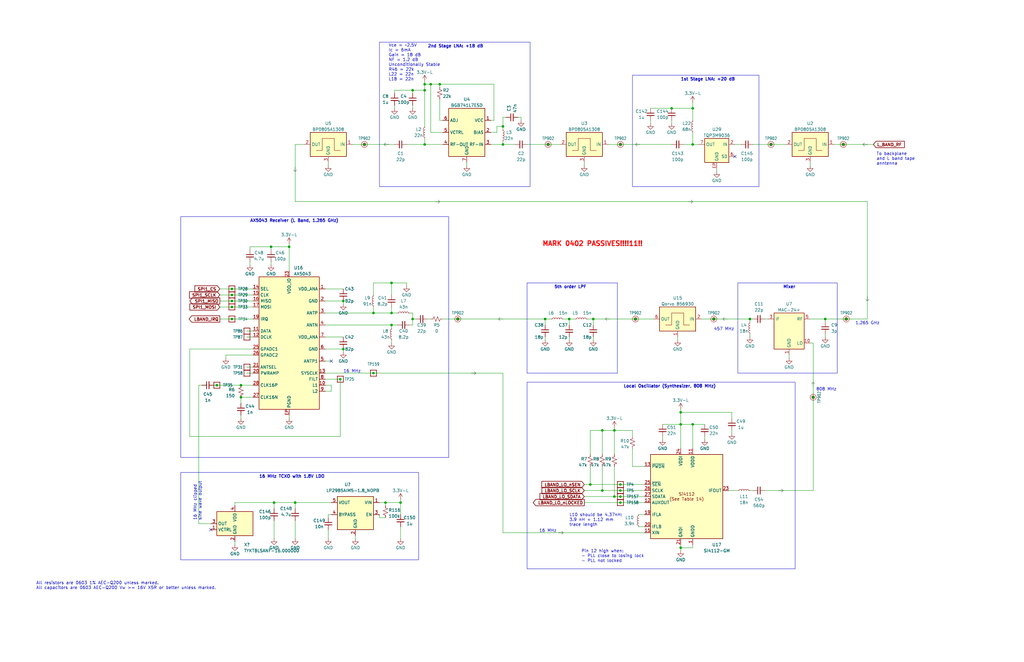
<source format=kicad_sch>
(kicad_sch (version 20230121) (generator eeschema)
  (paper "USLedger")
  (title_block (title "OreSat C3: L Band Radio") (date "2023-05-29") (rev "6.0"))
  (junction (at 261.62 209.55))
  (junction (at 153.67 60.96))
  (junction (at 91.44 162.56))
  (junction (at 292.1 60.96))
  (junction (at 124.46 212.09))
  (junction (at 157.48 157.48))
  (junction (at 254 181.61))
  (junction (at 173.99 134.62))
  (junction (at 114.3 104.14))
  (junction (at 287.02 173.99))
  (junction (at 185.42 35.56))
  (junction (at 261.62 212.09))
  (junction (at 261.62 204.47))
  (junction (at 212.09 53.34))
  (junction (at 231.14 60.96))
  (junction (at 261.62 207.01))
  (junction (at 261.62 60.96))
  (junction (at 165.1 137.16))
  (junction (at 181.61 35.56))
  (junction (at 144.78 147.32))
  (junction (at 212.09 60.96))
  (junction (at 144.78 127))
  (junction (at 157.48 132.08))
  (junction (at 267.97 134.62))
  (junction (at 259.08 209.55))
  (junction (at 347.98 134.62))
  (junction (at 97.79 129.54))
  (junction (at 97.79 127))
  (junction (at 179.07 60.96))
  (junction (at 316.23 134.62))
  (junction (at 97.79 134.62))
  (junction (at 356.87 134.62))
  (junction (at 287.02 179.07))
  (junction (at 97.79 121.92))
  (junction (at 165.1 132.08))
  (junction (at 193.04 134.62))
  (junction (at 168.91 212.09))
  (junction (at 165.1 119.38))
  (junction (at 248.92 204.47))
  (junction (at 259.08 181.61))
  (junction (at 173.99 38.1))
  (junction (at 121.92 104.14))
  (junction (at 283.21 45.72))
  (junction (at 292.1 179.07))
  (junction (at 250.19 134.62))
  (junction (at 355.6 60.96))
  (junction (at 300.99 134.62))
  (junction (at 101.6 162.56))
  (junction (at 325.12 60.96))
  (junction (at 179.07 35.56))
  (junction (at 143.51 160.02))
  (junction (at 287.02 231.14))
  (junction (at 115.57 212.09))
  (junction (at 179.07 38.1))
  (junction (at 229.87 134.62))
  (junction (at 97.79 124.46))
  (junction (at 101.6 167.64))
  (junction (at 342.9 167.64))
  (junction (at 162.56 212.09))
  (junction (at 240.03 134.62))
  (junction (at 292.1 45.72))
  (junction (at 254 207.01))
  (no_connect (at 88.9 223.52))
  (no_connect (at 309.88 66.04))
  (no_connect (at 139.7 152.4))
  (polyline (pts (xy 342.9 161.29) (xy 342.265 161.925)) (stroke (width 0.254) (color 146 146 146 1)))
  (wire (pts (xy 149.86 227.33) (xy 149.86 226.06)))
  (polyline (pts (xy 330.2 207.01) (xy 329.565 206.375)) (stroke (width 0.254) (color 146 146 146 1)))
  (wire (pts (xy 287.02 229.87) (xy 287.02 231.14)))
  (wire (pts (xy 261.62 212.09) (xy 271.78 212.09)))
  (polyline (pts (xy 304.8 134.62) (xy 305.435 135.255)) (stroke (width 0.254) (color 146 146 146 1)))
  (wire (pts (xy 246.38 68.58) (xy 246.38 69.85)))
  (wire (pts (xy 97.79 134.62) (xy 106.68 134.62)))
  (wire (pts (xy 137.16 162.56) (xy 139.7 162.56)))
  (wire (pts (xy 92.71 134.62) (xy 97.79 134.62)))
  (wire (pts (xy 240.03 134.62) (xy 242.57 134.62)))
  (wire (pts (xy 332.74 151.13) (xy 332.74 149.86)))
  (wire (pts (xy 316.23 207.01) (xy 317.5 207.01)))
  (wire (pts (xy 160.02 217.17) (xy 160.02 218.44)))
  (wire (pts (xy 179.07 34.29) (xy 179.07 35.56)))
  (wire (pts (xy 101.6 167.64) (xy 106.68 167.64)))
  (wire (pts (xy 300.99 134.62) (xy 316.23 134.62)))
  (wire (pts (xy 105.41 110.49) (xy 105.41 111.76)))
  (wire (pts (xy 186.69 60.96) (xy 179.07 60.96)))
  (wire (pts (xy 121.92 175.26) (xy 121.92 176.53)))
  (wire (pts (xy 287.02 231.14) (xy 292.1 231.14)))
  (wire (pts (xy 316.23 140.97) (xy 316.23 142.24)))
  (wire (pts (xy 185.42 36.83) (xy 185.42 35.56)))
  (wire (pts (xy 95.25 151.13) (xy 95.25 149.86)))
  (wire (pts (xy 269.24 217.17) (xy 271.78 217.17)))
  (polyline (pts (xy 342.9 161.29) (xy 343.535 161.925)) (stroke (width 0.254) (color 146 146 146 1)))
  (wire (pts (xy 341.63 68.58) (xy 341.63 69.85)))
  (wire (pts (xy 267.97 134.62) (xy 275.59 134.62)))
  (wire (pts (xy 137.16 142.24) (xy 144.78 142.24)))
  (wire (pts (xy 167.64 132.08) (xy 165.1 132.08)))
  (wire (pts (xy 316.23 134.62) (xy 317.5 134.62)))
  (wire (pts (xy 172.72 137.16) (xy 173.99 137.16)))
  (polyline (pts (xy 342.9 161.29) (xy 342.9 163.195)) (stroke (width 0.254) (color 146 146 146 1)))
  (wire (pts (xy 181.61 35.56) (xy 179.07 35.56)))
  (wire (pts (xy 139.7 217.17) (xy 138.43 217.17)))
  (polyline (pts (xy 200.66 157.48) (xy 200.025 158.115)) (stroke (width 0.254) (color 146 146 146 1)))
  (wire (pts (xy 165.1 138.43) (xy 165.1 137.16)))
  (wire (pts (xy 302.26 71.12) (xy 302.26 72.39)))
  (wire (pts (xy 287.02 179.07) (xy 292.1 179.07)))
  (polyline (pts (xy 304.8 134.62) (xy 305.435 133.985)) (stroke (width 0.254) (color 146 146 146 1)))
  (wire (pts (xy 138.43 223.52) (xy 138.43 227.33)))
  (polyline (pts (xy 185.42 85.09) (xy 183.515 85.09)) (stroke (width 0.254) (color 146 146 146 1)))
  (wire (pts (xy 162.56 212.09) (xy 168.91 212.09)))
  (wire (pts (xy 92.71 129.54) (xy 97.79 129.54)))
  (wire (pts (xy 212.09 224.79) (xy 212.09 157.48)))
  (wire (pts (xy 259.08 196.85) (xy 259.08 209.55)))
  (wire (pts (xy 240.03 134.62) (xy 237.49 134.62)))
  (wire (pts (xy 99.06 213.36) (xy 99.06 212.09)))
  (wire (pts (xy 212.09 60.96) (xy 207.01 60.96)))
  (wire (pts (xy 157.48 132.08) (xy 165.1 132.08)))
  (wire (pts (xy 292.1 43.18) (xy 292.1 45.72)))
  (polyline (pts (xy 365.76 127) (xy 366.395 126.365)) (stroke (width 0.254) (color 146 146 146 1)))
  (wire (pts (xy 101.6 167.64) (xy 101.6 170.18)))
  (wire (pts (xy 316.23 135.89) (xy 316.23 134.62)))
  (wire (pts (xy 217.17 60.96) (xy 212.09 60.96)))
  (wire (pts (xy 365.76 134.62) (xy 365.76 85.09)))
  (wire (pts (xy 212.09 49.53) (xy 213.36 49.53)))
  (wire (pts (xy 229.87 134.62) (xy 232.41 134.62)))
  (wire (pts (xy 181.61 55.88) (xy 181.61 35.56)))
  (wire (pts (xy 209.55 55.88) (xy 209.55 53.34)))
  (wire (pts (xy 157.48 119.38) (xy 157.48 124.46)))
  (wire (pts (xy 166.37 60.96) (xy 153.67 60.96)))
  (polyline (pts (xy 255.27 134.62) (xy 255.905 135.255)) (stroke (width 0.254) (color 146 146 146 1)))
  (wire (pts (xy 104.14 157.48) (xy 106.68 157.48)))
  (polyline (pts (xy 237.49 224.79) (xy 235.585 224.79)) (stroke (width 0.254) (color 146 146 146 1)))
  (wire (pts (xy 246.38 212.09) (xy 261.62 212.09)))
  (wire (pts (xy 254 181.61) (xy 259.08 181.61)))
  (wire (pts (xy 229.87 142.24) (xy 229.87 143.51)))
  (wire (pts (xy 139.7 162.56) (xy 139.7 165.1)))
  (wire (pts (xy 97.79 127) (xy 106.68 127)))
  (polyline (pts (xy 267.97 60.96) (xy 268.605 61.595)) (stroke (width 0.254) (color 146 146 146 1)))
  (wire (pts (xy 104.14 142.24) (xy 106.68 142.24)))
  (wire (pts (xy 179.07 35.56) (xy 179.07 38.1)))
  (wire (pts (xy 165.1 124.46) (xy 165.1 119.38)))
  (wire (pts (xy 115.57 219.71) (xy 115.57 227.33)))
  (wire (pts (xy 312.42 60.96) (xy 309.88 60.96)))
  (wire (pts (xy 95.25 149.86) (xy 106.68 149.86)))
  (wire (pts (xy 80.01 184.15) (xy 80.01 147.32)))
  (polyline (pts (xy 161.925 60.96) (xy 162.56 60.325)) (stroke (width 0.254) (color 146 146 146 1)))
  (wire (pts (xy 139.7 212.09) (xy 124.46 212.09)))
  (wire (pts (xy 250.19 134.62) (xy 267.97 134.62)))
  (wire (pts (xy 173.99 38.1) (xy 173.99 39.37)))
  (wire (pts (xy 137.16 121.92) (xy 144.78 121.92)))
  (polyline (pts (xy 363.855 60.96) (xy 365.76 60.96)) (stroke (width 0.254) (color 146 146 146 1)))
  (wire (pts (xy 124.46 85.09) (xy 124.46 60.96)))
  (wire (pts (xy 279.4 184.15) (xy 279.4 185.42)))
  (wire (pts (xy 115.57 212.09) (xy 124.46 212.09)))
  (wire (pts (xy 124.46 60.96) (xy 128.27 60.96)))
  (wire (pts (xy 172.72 132.08) (xy 173.99 132.08)))
  (wire (pts (xy 138.43 68.58) (xy 138.43 69.85)))
  (wire (pts (xy 160.02 218.44) (xy 162.56 218.44)))
  (wire (pts (xy 259.08 209.55) (xy 261.62 209.55)))
  (wire (pts (xy 292.1 60.96) (xy 292.1 55.88)))
  (wire (pts (xy 261.62 209.55) (xy 271.78 209.55)))
  (wire (pts (xy 308.61 176.53) (xy 308.61 173.99)))
  (wire (pts (xy 283.21 45.72) (xy 274.32 45.72)))
  (wire (pts (xy 138.43 217.17) (xy 138.43 218.44)))
  (wire (pts (xy 259.08 181.61) (xy 259.08 191.77)))
  (wire (pts (xy 207.01 55.88) (xy 209.55 55.88)))
  (polyline (pts (xy 292.1 85.09) (xy 291.465 84.455)) (stroke (width 0.254) (color 146 146 146 1)))
  (wire (pts (xy 308.61 173.99) (xy 287.02 173.99)))
  (wire (pts (xy 166.37 38.1) (xy 173.99 38.1)))
  (wire (pts (xy 97.79 121.92) (xy 106.68 121.92)))
  (wire (pts (xy 157.48 157.48) (xy 137.16 157.48)))
  (wire (pts (xy 97.79 124.46) (xy 106.68 124.46)))
  (wire (pts (xy 97.79 129.54) (xy 106.68 129.54)))
  (wire (pts (xy 279.4 179.07) (xy 287.02 179.07)))
  (wire (pts (xy 90.17 162.56) (xy 91.44 162.56)))
  (wire (pts (xy 168.91 212.09) (xy 168.91 217.17)))
  (wire (pts (xy 104.14 139.7) (xy 106.68 139.7)))
  (polyline (pts (xy 255.27 134.62) (xy 257.175 134.62)) (stroke (width 0.254) (color 146 146 146 1)))
  (wire (pts (xy 294.64 60.96) (xy 292.1 60.96)))
  (wire (pts (xy 287.02 172.72) (xy 287.02 173.99)))
  (wire (pts (xy 185.42 50.8) (xy 186.69 50.8)))
  (wire (pts (xy 165.1 132.08) (xy 165.1 129.54)))
  (polyline (pts (xy 363.855 60.96) (xy 364.49 61.595)) (stroke (width 0.254) (color 146 146 146 1)))
  (polyline (pts (xy 200.66 157.48) (xy 198.755 157.48)) (stroke (width 0.254) (color 146 146 146 1)))
  (wire (pts (xy 368.3 60.96) (xy 355.6 60.96)))
  (wire (pts (xy 342.9 167.64) (xy 342.9 144.78)))
  (polyline (pts (xy 124.46 72.39) (xy 125.095 71.755)) (stroke (width 0.254) (color 146 146 146 1)))
  (wire (pts (xy 121.92 102.87) (xy 121.92 104.14)))
  (wire (pts (xy 166.37 44.45) (xy 166.37 45.72)))
  (polyline (pts (xy 210.185 134.62) (xy 210.82 133.985)) (stroke (width 0.254) (color 146 146 146 1)))
  (wire (pts (xy 356.87 134.62) (xy 365.76 134.62)))
  (polyline (pts (xy 124.46 72.39) (xy 124.46 70.485)) (stroke (width 0.254) (color 146 146 146 1)))
  (wire (pts (xy 168.91 222.25) (xy 168.91 227.33)))
  (polyline (pts (xy 161.925 60.96) (xy 163.83 60.96)) (stroke (width 0.254) (color 146 146 146 1)))
  (wire (pts (xy 175.26 134.62) (xy 173.99 134.62)))
  (wire (pts (xy 246.38 207.01) (xy 254 207.01)))
  (wire (pts (xy 219.71 49.53) (xy 219.71 50.8)))
  (wire (pts (xy 92.71 121.92) (xy 97.79 121.92)))
  (wire (pts (xy 105.41 104.14) (xy 114.3 104.14)))
  (wire (pts (xy 292.1 45.72) (xy 283.21 45.72)))
  (polyline (pts (xy 365.76 127) (xy 365.76 125.095)) (stroke (width 0.254) (color 146 146 146 1)))
  (wire (pts (xy 287.02 173.99) (xy 287.02 179.07)))
  (wire (pts (xy 144.78 148.59) (xy 144.78 147.32)))
  (wire (pts (xy 186.69 55.88) (xy 181.61 55.88)))
  (wire (pts (xy 80.01 147.32) (xy 106.68 147.32)))
  (polyline (pts (xy 200.66 157.48) (xy 200.025 156.845)) (stroke (width 0.254) (color 146 146 146 1)))
  (wire (pts (xy 261.62 207.01) (xy 271.78 207.01)))
  (wire (pts (xy 196.85 68.58) (xy 196.85 69.85)))
  (wire (pts (xy 285.75 142.24) (xy 285.75 143.51)))
  (wire (pts (xy 137.16 152.4) (xy 139.7 152.4)))
  (wire (pts (xy 212.09 157.48) (xy 157.48 157.48)))
  (wire (pts (xy 114.3 104.14) (xy 121.92 104.14)))
  (wire (pts (xy 171.45 119.38) (xy 171.45 120.65)))
  (wire (pts (xy 250.19 134.62) (xy 247.65 134.62)))
  (wire (pts (xy 137.16 160.02) (xy 143.51 160.02)))
  (wire (pts (xy 162.56 212.09) (xy 160.02 212.09)))
  (wire (pts (xy 347.98 134.62) (xy 356.87 134.62)))
  (wire (pts (xy 208.28 50.8) (xy 208.28 35.56)))
  (polyline (pts (xy 363.855 60.96) (xy 364.49 60.325)) (stroke (width 0.254) (color 146 146 146 1)))
  (wire (pts (xy 212.09 49.53) (xy 212.09 53.34)))
  (wire (pts (xy 259.08 181.61) (xy 266.7 181.61)))
  (wire (pts (xy 179.07 38.1) (xy 173.99 38.1)))
  (wire (pts (xy 266.7 184.15) (xy 266.7 181.61)))
  (wire (pts (xy 322.58 134.62) (xy 323.85 134.62)))
  (wire (pts (xy 322.58 207.01) (xy 342.9 207.01)))
  (wire (pts (xy 83.82 162.56) (xy 85.09 162.56)))
  (wire (pts (xy 254 181.61) (xy 254 191.77)))
  (wire (pts (xy 307.34 207.01) (xy 311.15 207.01)))
  (wire (pts (xy 124.46 212.09) (xy 124.46 214.63)))
  (wire (pts (xy 347.98 134.62) (xy 347.98 135.89)))
  (wire (pts (xy 287.02 231.14) (xy 287.02 232.41)))
  (wire (pts (xy 240.03 142.24) (xy 240.03 143.51)))
  (wire (pts (xy 137.16 147.32) (xy 144.78 147.32)))
  (wire (pts (xy 92.71 127) (xy 97.79 127)))
  (wire (pts (xy 208.28 35.56) (xy 185.42 35.56)))
  (wire (pts (xy 173.99 132.08) (xy 173.99 134.62)))
  (wire (pts (xy 148.59 60.96) (xy 153.67 60.96)))
  (polyline (pts (xy 210.185 134.62) (xy 210.82 135.255)) (stroke (width 0.254) (color 146 146 146 1)))
  (wire (pts (xy 342.9 207.01) (xy 342.9 167.64)))
  (wire (pts (xy 144.78 128.27) (xy 144.78 127)))
  (wire (pts (xy 292.1 179.07) (xy 297.18 179.07)))
  (wire (pts (xy 365.76 85.09) (xy 124.46 85.09)))
  (wire (pts (xy 292.1 189.23) (xy 292.1 179.07)))
  (wire (pts (xy 248.92 181.61) (xy 254 181.61)))
  (wire (pts (xy 208.28 50.8) (xy 207.01 50.8)))
  (wire (pts (xy 101.6 162.56) (xy 106.68 162.56)))
  (wire (pts (xy 114.3 110.49) (xy 114.3 111.76)))
  (polyline (pts (xy 292.1 85.09) (xy 290.195 85.09)) (stroke (width 0.254) (color 146 146 146 1)))
  (wire (pts (xy 248.92 204.47) (xy 261.62 204.47)))
  (wire (pts (xy 297.18 184.15) (xy 297.18 185.42)))
  (wire (pts (xy 137.16 132.08) (xy 157.48 132.08)))
  (polyline (pts (xy 237.49 224.79) (xy 236.855 225.425)) (stroke (width 0.254) (color 146 146 146 1)))
  (wire (pts (xy 173.99 137.16) (xy 173.99 134.62)))
  (wire (pts (xy 101.6 175.26) (xy 101.6 176.53)))
  (wire (pts (xy 246.38 204.47) (xy 248.92 204.47)))
  (wire (pts (xy 341.63 144.78) (xy 342.9 144.78)))
  (wire (pts (xy 248.92 191.77) (xy 248.92 181.61)))
  (wire (pts (xy 166.37 39.37) (xy 166.37 38.1)))
  (wire (pts (xy 137.16 127) (xy 144.78 127)))
  (wire (pts (xy 165.1 119.38) (xy 171.45 119.38)))
  (wire (pts (xy 92.71 124.46) (xy 97.79 124.46)))
  (polyline (pts (xy 161.925 60.96) (xy 162.56 61.595)) (stroke (width 0.254) (color 146 146 146 1)))
  (wire (pts (xy 292.1 50.8) (xy 292.1 45.72)))
  (wire (pts (xy 157.48 129.54) (xy 157.48 132.08)))
  (wire (pts (xy 165.1 143.51) (xy 165.1 144.78)))
  (wire (pts (xy 231.14 60.96) (xy 236.22 60.96)))
  (polyline (pts (xy 330.2 207.01) (xy 329.565 207.645)) (stroke (width 0.254) (color 146 146 146 1)))
  (polyline (pts (xy 304.8 134.62) (xy 306.705 134.62)) (stroke (width 0.254) (color 146 146 146 1)))
  (polyline (pts (xy 267.97 60.96) (xy 268.605 60.325)) (stroke (width 0.254) (color 146 146 146 1)))
  (wire (pts (xy 254 207.01) (xy 261.62 207.01)))
  (polyline (pts (xy 210.185 134.62) (xy 212.09 134.62)) (stroke (width 0.254) (color 146 146 146 1)))
  (wire (pts (xy 179.07 53.34) (xy 179.07 38.1)))
  (wire (pts (xy 229.87 137.16) (xy 229.87 134.62)))
  (wire (pts (xy 99.06 228.6) (xy 99.06 229.87)))
  (wire (pts (xy 186.69 134.62) (xy 193.04 134.62)))
  (wire (pts (xy 193.04 134.62) (xy 229.87 134.62)))
  (wire (pts (xy 99.06 212.09) (xy 115.57 212.09)))
  (wire (pts (xy 292.1 229.87) (xy 292.1 231.14)))
  (wire (pts (xy 121.92 104.14) (xy 121.92 114.3)))
  (wire (pts (xy 269.24 222.25) (xy 271.78 222.25)))
  (wire (pts (xy 355.6 60.96) (xy 351.79 60.96)))
  (wire (pts (xy 317.5 60.96) (xy 325.12 60.96)))
  (wire (pts (xy 246.38 209.55) (xy 259.08 209.55)))
  (wire (pts (xy 185.42 41.91) (xy 185.42 50.8)))
  (polyline (pts (xy 255.27 134.62) (xy 255.905 133.985)) (stroke (width 0.254) (color 146 146 146 1)))
  (wire (pts (xy 212.09 53.34) (xy 209.55 53.34)))
  (wire (pts (xy 88.9 220.98) (xy 83.82 220.98)))
  (wire (pts (xy 308.61 181.61) (xy 308.61 182.88)))
  (wire (pts (xy 181.61 35.56) (xy 185.42 35.56)))
  (wire (pts (xy 266.7 196.85) (xy 271.78 196.85)))
  (polyline (pts (xy 185.42 85.09) (xy 184.785 84.455)) (stroke (width 0.254) (color 146 146 146 1)))
  (wire (pts (xy 114.3 105.41) (xy 114.3 104.14)))
  (wire (pts (xy 165.1 137.16) (xy 167.64 137.16)))
  (polyline (pts (xy 365.76 127) (xy 365.125 126.365)) (stroke (width 0.254) (color 146 146 146 1)))
  (wire (pts (xy 256.54 60.96) (xy 261.62 60.96)))
  (wire (pts (xy 165.1 119.38) (xy 157.48 119.38)))
  (wire (pts (xy 105.41 105.41) (xy 105.41 104.14)))
  (wire (pts (xy 218.44 49.53) (xy 219.71 49.53)))
  (wire (pts (xy 254 196.85) (xy 254 207.01)))
  (wire (pts (xy 261.62 204.47) (xy 271.78 204.47)))
  (wire (pts (xy 250.19 142.24) (xy 250.19 143.51)))
  (wire (pts (xy 248.92 196.85) (xy 248.92 204.47)))
  (polyline (pts (xy 124.46 72.39) (xy 123.825 71.755)) (stroke (width 0.254) (color 146 146 146 1)))
  (wire (pts (xy 173.99 44.45) (xy 173.99 45.72)))
  (wire (pts (xy 259.08 180.34) (xy 259.08 181.61)))
  (wire (pts (xy 222.25 60.96) (xy 231.14 60.96)))
  (wire (pts (xy 287.02 179.07) (xy 287.02 189.23)))
  (wire (pts (xy 179.07 60.96) (xy 171.45 60.96)))
  (wire (pts (xy 266.7 189.23) (xy 266.7 196.85)))
  (wire (pts (xy 143.51 160.02) (xy 143.51 184.15)))
  (wire (pts (xy 162.56 213.36) (xy 162.56 212.09)))
  (wire (pts (xy 240.03 137.16) (xy 240.03 134.62)))
  (wire (pts (xy 143.51 184.15) (xy 80.01 184.15)))
  (wire (pts (xy 283.21 52.07) (xy 283.21 50.8)))
  (polyline (pts (xy 330.2 207.01) (xy 328.295 207.01)) (stroke (width 0.254) (color 146 146 146 1)))
  (wire (pts (xy 212.09 60.96) (xy 212.09 59.69)))
  (wire (pts (xy 179.07 58.42) (xy 179.07 60.96)))
  (polyline (pts (xy 185.42 85.09) (xy 184.785 85.725)) (stroke (width 0.254) (color 146 146 146 1)))
  (wire (pts (xy 139.7 165.1) (xy 137.16 165.1)))
  (polyline (pts (xy 292.1 85.09) (xy 291.465 85.725)) (stroke (width 0.254) (color 146 146 146 1)))
  (wire (pts (xy 137.16 137.16) (xy 165.1 137.16)))
  (wire (pts (xy 271.78 224.79) (xy 212.09 224.79)))
  (wire (pts (xy 115.57 214.63) (xy 115.57 212.09)))
  (wire (pts (xy 104.14 154.94) (xy 106.68 154.94)))
  (wire (pts (xy 83.82 220.98) (xy 83.82 162.56)))
  (wire (pts (xy 212.09 54.61) (xy 212.09 53.34)))
  (wire (pts (xy 341.63 134.62) (xy 347.98 134.62)))
  (wire (pts (xy 274.32 52.07) (xy 274.32 50.8)))
  (wire (pts (xy 180.34 134.62) (xy 181.61 134.62)))
  (wire (pts (xy 325.12 60.96) (xy 331.47 60.96)))
  (wire (pts (xy 250.19 137.16) (xy 250.19 134.62)))
  (wire (pts (xy 91.44 162.56) (xy 101.6 162.56)))
  (polyline (pts (xy 267.97 60.96) (xy 269.875 60.96)) (stroke (width 0.254) (color 146 146 146 1)))
  (wire (pts (xy 295.91 134.62) (xy 300.99 134.62)))
  (polyline (pts (xy 237.49 224.79) (xy 236.855 224.155)) (stroke (width 0.254) (color 146 146 146 1)))
  (wire (pts (xy 292.1 60.96) (xy 288.29 60.96)))
  (wire (pts (xy 168.91 210.82) (xy 168.91 212.09)))
  (wire (pts (xy 347.98 140.97) (xy 347.98 142.24)))
  (wire (pts (xy 124.46 219.71) (xy 124.46 227.33)))
  (wire (pts (xy 261.62 60.96) (xy 283.21 60.96)))
  (rectangle (start 76.2 199.39) (end 176.53 236.22))
  (rectangle (start 160.02 17.78) (end 223.52 78.74))
  (rectangle (start 266.7 31.75) (end 320.04 78.74))
  (rectangle (start 311.15 119.38) (end 353.06 157.48))
  (rectangle (start 76.2 91.44) (end 189.23 193.04))
  (rectangle (start 222.25 161.29) (end 335.28 240.03))
  (rectangle (start 222.25 119.38) (end 260.35 157.48))
  (text "16 MHz TCXO with 1.8V LDO" (at 109.22 201.93 0) (effects (font (size 1.27 1.27) (thickness 0.254) bold) (justify left bottom)))
  (text "16 MHz clipped \nsine wave output\n" (at 85.09 219.71 90) (effects (font (size 1.27 1.27)) (justify left bottom)))
  (text "Pin 12 high when:\n- PLL close to losing lock\n- PLL not locked" (at 245.11 237.49 0) (effects (font (size 1.27 1.27)) (justify left bottom)))
  (text "MARK 0402 PASSIVES!!!!11!!" (at 228.6 104.14 0) (effects (font (size 2 2) (thickness 0.4) bold) (justify left bottom)))
  (text "Vce = ~2.5V\nIc = 6mA\nGain = 18 dB\nNF = 1.2 dB\nUnconditionally Stable\nR46 = 22k\nL22 = 22n\nL18 = 22n\n" (at 163.83 34.29 0) (effects (font (size 1.27 1.27)) (justify left bottom)))
  (text "L10 should be 4.37nH:\n3.9 nH + 1.12 mm \ntrace length\n" (at 240.03 222.25 0) (effects (font (size 1.27 1.27)) (justify left bottom)))
  (text "2nd Stage LNA: +18 dB" (at 180.34 20.32 0) (effects (font (size 1.27 1.27) (thickness 0.254) bold) (justify left bottom)))
  (text "1.265 GHz" (at 360.68 137.16 0) (effects (font (size 1.27 1.27)) (justify left bottom)))
  (text "808 MHz" (at 344.17 165.1 0) (effects (font (size 1.27 1.27)) (justify left bottom)))
  (text "1st Stage LNA: +20 dB" (at 287.02 34.29 0) (effects (font (size 1.27 1.27) (thickness 0.254) bold) (justify left bottom)))
  (text "To backplane \nand L band tape\nanntenna" (at 369.57 69.85 0) (effects (font (size 1.27 1.27)) (justify left bottom)))
  (text "All resistors are 0603 1% AEC-Q200 unless marked.\nAll capacitors are 0603 AEC-Q200 Vw >= 16V X5R or better unless marked." (at 15.24 248.92 0) (effects (font (size 1.27 1.27)) (justify left bottom)))
  (text "457 MHz" (at 300.99 139.7 0) (effects (font (size 1.27 1.27)) (justify left bottom)))
  (text "16 MHz" (at 144.78 157.48 0) (effects (font (size 1.27 1.27)) (justify left bottom)))
  (text "AX5043 Receiver (L Band, 1.265 GHz)" (at 105.41 93.98 0) (effects (font (size 1.27 1.27) (thickness 0.254) bold) (justify left bottom)))
  (text "Mixer" (at 330.2 121.92 0) (effects (font (size 1.27 1.27) (thickness 0.254) bold) (justify left bottom)))
  (text "Local Oscillator (Synthesizer, 808 MHz)" (at 262.89 163.83 0) (effects (font (size 1.27 1.27) (thickness 0.254) bold) (justify left bottom)))
  (text "5th order LPF" (at 233.68 121.92 0) (effects (font (size 1.27 1.27) (thickness 0.254) bold) (justify left bottom)))
  (text "16 MHz" (at 227.33 224.79 0) (effects (font (size 1.27 1.27)) (justify left bottom)))
  (global_label "SPI1_MISO" (shape output) (at 92.71 127 180) (effects (font (thickness 0.254) bold)) (property "Intersheetrefs" "${INTERSHEET_REFS}" (at 79.5182 127 0) (effects (justify right))))
  (global_label "LBAND_LO_nSEN" (shape input) (at 246.38 204.47 180) (effects (font (thickness 0.254) bold)) (property "Intersheetrefs" "${INTERSHEET_REFS}" (at 227.9268 204.47 0) (effects (justify right))))
  (global_label "LBAND_LO_SDATA" (shape input) (at 246.38 209.55 180) (effects (font (thickness 0.254) bold)) (property "Intersheetrefs" "${INTERSHEET_REFS}" (at 227.1405 209.55 0) (effects (justify right))))
  (global_label "LBAND_LO_SCLK" (shape input) (at 246.38 207.01 180) (effects (font (thickness 0.254) bold)) (property "Intersheetrefs" "${INTERSHEET_REFS}" (at 227.9872 207.01 0) (effects (justify right))))
  (global_label "SPI1_CS" (shape input) (at 92.71 121.92 180) (effects (font (thickness 0.254) bold)) (property "Intersheetrefs" "${INTERSHEET_REFS}" (at 81.6349 121.92 0) (effects (justify right))))
  (global_label "LBAND_LO_nLOCKED" (shape output) (at 246.38 212.09 180) (effects (font (thickness 0.254) bold)) (property "Intersheetrefs" "${INTERSHEET_REFS}" (at 224.2982 212.09 0) (effects (justify right))))
  (global_label "SPI1_MOSI" (shape input) (at 92.71 129.54 180) (effects (font (thickness 0.254) bold)) (property "Intersheetrefs" "${INTERSHEET_REFS}" (at 79.5182 129.54 0) (effects (justify right))))
  (global_label "LBAND_IRQ" (shape output) (at 92.71 134.62 180) (effects (font (thickness 0.254) bold)) (property "Intersheetrefs" "${INTERSHEET_REFS}" (at 79.2157 134.62 0) (effects (justify right))))
  (global_label "L_BAND_RF" (shape input) (at 368.3 60.96 0) (effects (font (thickness 0.254) bold)) (property "Intersheetrefs" "${INTERSHEET_REFS}" (at 381.9152 60.96 0) (effects (justify left))))
  (global_label "SPI1_SCLK" (shape input) (at 92.71 124.46 180) (effects (font (thickness 0.254) bold)) (property "Intersheetrefs" "${INTERSHEET_REFS}" (at 79.3368 124.46 0) (effects (justify right))))
  (symbol (lib_id "oresat-misc:Test-Point-RF-Probe-Stripline") (at 231.14 60.96 180) (unit 1) (in_bom no)
    (property "Reference" "TP902" (at 231.14 58.42 0) (effects (font (size 1.27 1.0795))))
    (property "Footprint" "oresat-misc:TestPoint_RF_Probe" (effects hide))
    (instances (project "oresat-c3" (path "" (reference "TP902") (unit 1)) (path "" (reference "TP805") (unit 1))))
  )
  (symbol (lib_id "oresat-misc:Test-Point-1mm-round") (at 157.48 157.48 180) (unit 1)
    (property "Reference" "TP159" (at 157.48 153.67 0) (effects (font (size 1.27 1.0795))))
    (property "Value" "Test-Point" (effects hide))
    (property "Footprint" "oresat-misc:TestPoint_Pad_D1.0mm" (effects hide))
  )
  (symbol (lib_id "Device:L_Small") (at 179.07 55.88 0) (mirror y) (unit 1)
    (property "Reference" "L2" (at 176.53 54.61 0))
    (property "Value" "22n" (at 176.53 57.15 0))
    (property "Footprint" "Inductor_SMD:L_0603_1608Metric" (effects hide))
  )
  (symbol (lib_id "Device:C_Small") (at 297.18 181.61 0) (unit 1)
    (property "Reference" "C50" (at 300.99 180.34 0))
    (property "Value" "22n" (at 300.99 182.88 0))
    (property "Footprint" "Capacitor_SMD:C_0603_1608Metric" (effects hide))
  )
  (symbol (lib_id "oresat-passives:BP0805A1308") (at 341.63 60.96 0) (mirror y) (unit 1)
    (property "Reference" "U2" (at 341.63 52.07 0))
    (property "Value" "BP0805A1308" (at 341.63 54.61 0))
    (property "Footprint" "oresat-ics:BP0805" (effects hide))
    (property "Datasheet" "https://media.digikey.com/pdf/Data%20Sheets/AVX%20PDFs/BP0805_Series_DS.pdf" (effects hide))
  )
  (symbol (lib_id "Device:L_Small") (at 157.48 127 0) (mirror y) (unit 1)
    (property "Reference" "L9" (at 154.94 125.73 0))
    (property "Value" "91n" (at 154.94 128.27 0))
    (property "Footprint" "Inductor_SMD:L_0603_1608Metric" (effects hide))
  )
  (symbol (lib_id "power:GND") (at 308.61 182.88 0) (unit 1)
    (property "Reference" "#PWR0188" (effects hide))
    (property "Value" "GND" (at 308.61 186.69 0))
  )
  (symbol (lib_id "oresat-ics:SI4112") (at 289.56 209.55 0) (unit 1)
    (property "Reference" "U17" (at 302.26 229.87 0))
    (property "Value" "SI4112-GM" (at 302.26 232.41 0))
    (property "Footprint" "Package_DFN_QFN:QFN-28-1EP_5x5mm_P0.5mm_EP3.35x3.35mm_ThermalVias" (effects hide))
    (property "Datasheet" "https://www.skyworksinc.com/-/media/Skyworks/SL/documents/public/data-sheets/si4133.pdf" (effects hide))
  )
  (symbol (lib_id "Device:C_Small") (at 114.3 107.95 0) (unit 1)
    (property "Reference" "C46" (at 118.11 106.68 0))
    (property "Value" "100p" (at 118.11 109.22 0))
    (property "Footprint" "Capacitor_SMD:C_0603_1608Metric" (effects hide))
  )
  (symbol (lib_id "power:GND") (at 274.32 52.07 0) (mirror y) (unit 1)
    (property "Reference" "#PWR0178" (effects hide))
    (property "Value" "GND" (at 274.32 55.88 0))
  )
  (symbol (lib_id "oresat-ics:AX5043") (at 121.92 144.78 0) (unit 1)
    (property "Reference" "U16" (at 123.8759 113.03 0) (effects (justify left)))
    (property "Value" "AX5043" (at 123.8759 115.57 0) (effects (justify left)))
    (property "Footprint" "oresat-ics:U-AX5043-QFN28-5X5-WITH-CENTER-PAD" (effects hide))
    (property "Datasheet" "https://www.mouser.com/datasheet/2/308/AX5043-D-782042.pdf" (effects hide))
  )
  (symbol (lib_id "Device:C_Small") (at 170.18 137.16 90) (unit 1)
    (property "Reference" "C40" (at 170.18 139.7 90))
    (property "Value" "8.2p" (at 170.18 142.24 90))
    (property "Footprint" "Capacitor_SMD:C_0402_1005Metric" (effects hide))
  )
  (symbol (lib_id "Device:R_Small_US") (at 254 194.31 0) (mirror y) (unit 1)
    (property "Reference" "R8" (at 252.73 193.675 0) (effects (justify left)))
    (property "Value" "47k" (at 252.73 196.215 0) (effects (justify left)))
    (property "Footprint" "Resistor_SMD:R_0603_1608Metric" (effects hide))
  )
  (symbol (lib_id "oresat-ics:BGB741L7ESD") (at 196.85 55.88 0) (mirror y) (unit 1)
    (property "Reference" "U4" (at 196.85 41.91 0))
    (property "Value" "BGB741L7ESD" (at 196.85 44.45 0))
    (property "Footprint" "oresat-ics:Infineon-PG-TSLP-7-LNA" (effects hide))
    (property "Datasheet" "https://www.infineon.com/dgdl/Infineon-BGB741L7ESD-DataSheet-v03_01-EN.pdf?fileId=5546d46265f064ff016638972c994ed7" (effects hide))
  )
  (symbol (lib_id "power:GND") (at 138.43 227.33 0) (unit 1)
    (property "Reference" "#PWR0176" (effects hide))
    (property "Value" "GND" (at 138.43 231.14 0))
  )
  (symbol (lib_id "Device:C_Small") (at 124.46 217.17 0) (mirror y) (unit 1)
    (property "Reference" "C148" (at 120.65 214.63 0))
    (property "Value" "4.7u" (at 120.65 217.17 0))
    (property "Footprint" "Capacitor_SMD:C_0603_1608Metric" (effects hide))
    (instances (project "oresat-c3" (path "" (reference "C148") (unit 1)) (path "" (reference "C92") (unit 1))))
  )
  (symbol (lib_id "Device:C_Small") (at 279.4 181.61 0) (unit 1)
    (property "Reference" "C51" (at 283.21 180.34 0))
    (property "Value" "22n" (at 283.21 182.88 0))
    (property "Footprint" "Capacitor_SMD:C_0603_1608Metric" (effects hide))
  )
  (symbol (lib_id "Device:R_Small_US") (at 184.15 134.62 90) (unit 1)
    (property "Reference" "R5" (at 184.15 137.16 90))
    (property "Value" "0" (at 184.15 139.7 90))
    (property "Footprint" "Resistor_SMD:R_0402_1005Metric" (effects hide))
  )
  (symbol (lib_id "oresat-misc:Test-Point-1mm-round") (at 104.14 154.94 180) (unit 1)
    (property "Reference" "TP31" (at 100.33 154.94 0) (effects (font (size 1.27 1.0795))))
    (property "Value" "Test-Point" (effects hide))
    (property "Footprint" "oresat-misc:TestPoint_Pad_D1.0mm" (effects hide))
  )
  (symbol (lib_id "power:GND") (at 287.02 232.41 0) (unit 1)
    (property "Reference" "#PWR0192" (effects hide))
    (property "Value" "GND" (at 287.02 236.22 0))
  )
  (symbol (lib_id "Device:R_Small_US") (at 101.6 165.1 0) (mirror y) (unit 1)
    (property "Reference" "R6" (at 99.06 164.465 0) (effects (justify left)))
    (property "Value" "150" (at 99.06 167.005 0) (effects (justify left)))
    (property "Footprint" "Resistor_SMD:R_0402_1005Metric" (effects hide))
  )
  (symbol (lib_id "Device:C_Small") (at 314.96 60.96 270) (mirror x) (unit 1)
    (property "Reference" "C145" (at 314.96 64.77 90))
    (property "Value" "100p" (at 314.96 67.31 90))
    (property "Footprint" "Capacitor_SMD:C_0402_1005Metric" (effects hide))
    (instances (project "oresat-c3" (path "" (reference "C145") (unit 1)) (path "" (reference "C118") (unit 1))))
  )
  (symbol (lib_id "oresat-ics:Taiten-TY-Series-TXCO") (at 99.06 220.98 0) (mirror y) (unit 1)
    (property "Reference" "X?" (at 102.87 229.87 0) (effects (justify right)))
    (property "Value" "TYKTBLSANF-16.000000" (at 102.87 232.41 0) (effects (justify right)))
    (property "Footprint" "oresat-ics:X_TCXO_SMD_Taitien_2.5x2.0mm" (effects hide))
    (property "Datasheet" "https://www.taitien.com/wp-content/uploads/2015/12/XO-0081_TY.pdf" (effects hide))
    (instances (project "oresat-c3" (path "" (reference "X?") (unit 1)) (path "" (reference "X2") (unit 1))))
  )
  (symbol (lib_id "Device:C_Small") (at 144.78 144.78 0) (unit 1)
    (property "Reference" "C42" (at 147.32 142.24 0))
    (property "Value" "82p" (at 147.32 147.32 0))
    (property "Footprint" "Capacitor_SMD:C_0402_1005Metric" (effects hide))
  )
  (symbol (lib_id "oresat-misc:Test-Point-RF-Probe-Stripline") (at 300.99 134.62 180) (unit 1) (in_bom no)
    (property "Reference" "TP902" (at 300.99 132.08 0) (effects (font (size 1.27 1.0795))))
    (property "Footprint" "oresat-misc:TestPoint_RF_Probe" (effects hide))
    (instances (project "oresat-c3" (path "" (reference "TP902") (unit 1)) (path "" (reference "TP808") (unit 1))))
  )
  (symbol (lib_id "power:GND") (at 121.92 176.53 0) (unit 1)
    (property "Reference" "#PWR0167" (effects hide))
    (property "Value" "GND" (at 121.92 180.34 0))
  )
  (symbol (lib_id "oresat-power:3.3V-L") (at 287.02 172.72 0) (unit 1)
    (property "Reference" "#3V3-U014" (effects hide))
    (property "Value" "3.3V-L" (at 287.02 168.91 0))
    (instances (project "oresat-c3" (path "" (reference "#3V3-U014") (unit 1)) (path "" (reference "#3V3-U018") (unit 1))))
  )
  (symbol (lib_id "oresat-ics:TQP3M9036") (at 302.26 63.5 0) (mirror y) (unit 1)
    (property "Reference" "U29" (at 302.26 54.61 0))
    (property "Value" "TQP3M9036" (at 302.26 57.15 0))
    (property "Footprint" "oresat-ics:U-Qorvo-TQP3M9036-QFN-8-MO-220E" (effects hide))
    (property "Datasheet" "https://www.qorvo.com/products/d/da005543" (effects hide))
    (instances (project "oresat-c3" (path "" (reference "U29") (unit 1)) (path "" (reference "U41") (unit 1))))
  )
  (symbol (lib_id "Device:C_Small") (at 165.1 127 0) (mirror y) (unit 1)
    (property "Reference" "C41" (at 161.29 125.73 0))
    (property "Value" "8.2p" (at 161.29 128.27 0))
    (property "Footprint" "Capacitor_SMD:C_0402_1005Metric" (effects hide))
  )
  (symbol (lib_id "oresat-misc:Test-Point-1mm-round") (at 104.14 157.48 180) (unit 1)
    (property "Reference" "TP58" (at 100.33 157.48 0) (effects (font (size 1.27 1.0795))))
    (property "Value" "Test-Point" (effects hide))
    (property "Footprint" "oresat-misc:TestPoint_Pad_D1.0mm" (effects hide))
  )
  (symbol (lib_id "Device:C_Small") (at 229.87 139.7 0) (mirror y) (unit 1)
    (property "Reference" "C38" (at 227.33 137.16 0))
    (property "Value" "18p" (at 227.33 142.24 0))
    (property "Footprint" "Capacitor_SMD:C_0402_1005Metric" (effects hide))
  )
  (symbol (lib_id "Device:L_Small") (at 234.95 134.62 90) (unit 1)
    (property "Reference" "L6" (at 232.41 132.08 90))
    (property "Value" "15n" (at 237.49 132.08 90))
    (property "Footprint" "Inductor_SMD:L_0402_1005Metric" (effects hide))
  )
  (symbol (lib_id "power:GND") (at 165.1 144.78 0) (unit 1)
    (property "Reference" "#PWR0168" (effects hide))
    (property "Value" "GND" (at 165.1 148.59 0))
  )
  (symbol (lib_id "oresat-misc:Test-Point-1mm-round") (at 261.62 207.01 0) (unit 1)
    (property "Reference" "TP5" (at 264.16 207.01 0) (effects (font (size 1.27 1.0795)) (justify left)))
    (property "Value" "Test-Point" (effects hide))
    (property "Footprint" "oresat-misc:TestPoint_Pad_D1.0mm" (effects hide))
  )
  (symbol (lib_id "oresat-misc:Test-Point-1mm-round") (at 104.14 139.7 180) (unit 1)
    (property "Reference" "TP86" (at 100.33 139.7 0) (effects (font (size 1.27 1.0795))))
    (property "Value" "Test-Point" (effects hide))
    (property "Footprint" "oresat-misc:TestPoint_Pad_D1.0mm" (effects hide))
  )
  (symbol (lib_id "power:GND") (at 279.4 185.42 0) (unit 1)
    (property "Reference" "#PWR0193" (effects hide))
    (property "Value" "GND" (at 279.4 189.23 0))
  )
  (symbol (lib_id "Device:C_Small") (at 166.37 41.91 0) (mirror y) (unit 1)
    (property "Reference" "C8" (at 162.56 40.64 0))
    (property "Value" "1u" (at 162.56 43.18 0))
    (property "Footprint" "Capacitor_SMD:C_0603_1608Metric" (effects hide))
  )
  (symbol (lib_id "Device:C_Small") (at 320.04 134.62 90) (unit 1)
    (property "Reference" "C11" (at 320.04 128.27 90))
    (property "Value" "22p" (at 320.04 130.81 90))
    (property "Footprint" "Capacitor_SMD:C_0402_1005Metric" (effects hide))
  )
  (symbol (lib_id "Device:C_Small") (at 250.19 139.7 0) (mirror y) (unit 1)
    (property "Reference" "C12" (at 247.65 137.16 0))
    (property "Value" "18p" (at 247.65 142.24 0))
    (property "Footprint" "Capacitor_SMD:C_0402_1005Metric" (effects hide))
  )
  (symbol (lib_id "power:GND") (at 171.45 120.65 0) (unit 1)
    (property "Reference" "#PWR0181" (effects hide))
    (property "Value" "GND" (at 171.45 124.46 0))
  )
  (symbol (lib_id "oresat-power:3.3V-L") (at 168.91 210.82 0) (unit 1)
    (property "Reference" "#3V3-U014" (effects hide))
    (property "Value" "3.3V-L" (at 168.91 207.01 0))
    (instances (project "oresat-c3" (path "" (reference "#3V3-U014") (unit 1)) (path "" (reference "#3V3-U020") (unit 1))))
  )
  (symbol (lib_id "power:GND") (at 302.26 72.39 0) (mirror y) (unit 1)
    (property "Reference" "#PWR0195" (effects hide))
    (property "Value" "GND" (at 302.26 76.2 0))
  )
  (symbol (lib_id "power:GND") (at 316.23 142.24 0) (unit 1)
    (property "Reference" "#PWR0190" (effects hide))
    (property "Value" "GND" (at 316.23 146.05 0))
  )
  (symbol (lib_id "oresat-power:3.3V-L") (at 292.1 43.18 0) (unit 1)
    (property "Reference" "#3V3-U014" (effects hide))
    (property "Value" "3.3V-L" (at 292.1 39.37 0))
    (instances (project "oresat-c3" (path "" (reference "#3V3-U014") (unit 1)) (path "" (reference "#3V3-U017") (unit 1))))
  )
  (symbol (lib_id "oresat-misc:Test-Point-RF-Probe-Stripline") (at 325.12 60.96 180) (unit 1) (in_bom no)
    (property "Reference" "TP902" (at 325.12 58.42 0) (effects (font (size 1.27 1.0795))))
    (property "Footprint" "oresat-misc:TestPoint_RF_Probe" (effects hide))
    (instances (project "oresat-c3" (path "" (reference "TP902") (unit 1)) (path "" (reference "TP803") (unit 1))))
  )
  (symbol (lib_id "power:GND") (at 114.3 111.76 0) (unit 1)
    (property "Reference" "#PWR0165" (effects hide))
    (property "Value" "GND" (at 114.3 115.57 0))
  )
  (symbol (lib_id "power:GND") (at 332.74 151.13 0) (unit 1)
    (property "Reference" "#PWR0186" (effects hide))
    (property "Value" "GND" (at 332.74 154.94 0))
  )
  (symbol (lib_id "oresat-power:3.3V-L") (at 259.08 180.34 0) (unit 1)
    (property "Reference" "#3V3-U014" (effects hide))
    (property "Value" "3.3V-L" (at 259.08 176.53 0))
    (instances (project "oresat-c3" (path "" (reference "#3V3-U014") (unit 1)) (path "" (reference "#3V3-U019") (unit 1))))
  )
  (symbol (lib_id "power:GND") (at 297.18 185.42 0) (unit 1)
    (property "Reference" "#PWR0187" (effects hide))
    (property "Value" "GND" (at 297.18 189.23 0))
  )
  (symbol (lib_id "oresat-passives:BP0805A1308") (at 246.38 60.96 0) (mirror y) (unit 1)
    (property "Reference" "U3" (at 246.38 52.07 0))
    (property "Value" "BP0805A1308" (at 246.38 54.61 0))
    (property "Footprint" "oresat-ics:BP0805" (effects hide))
    (property "Datasheet" "https://media.digikey.com/pdf/Data%20Sheets/AVX%20PDFs/BP0805_Series_DS.pdf" (effects hide))
  )
  (symbol (lib_id "Device:C_Small") (at 173.99 41.91 0) (mirror y) (unit 1)
    (property "Reference" "C4" (at 170.18 40.64 0))
    (property "Value" "100p" (at 170.18 43.18 0))
    (property "Footprint" "Capacitor_SMD:C_0402_1005Metric" (effects hide))
  )
  (symbol (lib_id "Device:L_Small") (at 245.11 134.62 90) (unit 1)
    (property "Reference" "L5" (at 242.57 132.08 90))
    (property "Value" "15n" (at 247.65 132.08 90))
    (property "Footprint" "Inductor_SMD:L_0402_1005Metric" (effects hide))
  )
  (symbol (lib_id "Device:R_Small_US") (at 266.7 186.69 0) (mirror y) (unit 1)
    (property "Reference" "R10" (at 265.43 186.055 0) (effects (justify left)))
    (property "Value" "47k" (at 265.43 188.595 0) (effects (justify left)))
    (property "Footprint" "Resistor_SMD:R_0603_1608Metric" (effects hide))
  )
  (symbol (lib_id "oresat-misc:Test-Point-1mm-round") (at 97.79 124.46 0) (unit 1)
    (property "Reference" "TP29" (at 100.33 124.46 0) (effects (font (size 1.27 1.0795)) (justify left)))
    (property "Value" "Test-Point" (effects hide))
    (property "Footprint" "oresat-misc:TestPoint_Pad_D1.0mm" (effects hide))
  )
  (symbol (lib_id "Device:L_Small") (at 212.09 57.15 0) (unit 1)
    (property "Reference" "L3" (at 214.63 55.88 0))
    (property "Value" "22n" (at 214.63 58.42 0))
    (property "Footprint" "Inductor_SMD:L_0603_1608Metric" (effects hide))
  )
  (symbol (lib_id "power:GND") (at 105.41 111.76 0) (unit 1)
    (property "Reference" "#PWR0164" (effects hide))
    (property "Value" "GND" (at 105.41 115.57 0))
  )
  (symbol (lib_id "power:GND") (at 99.06 229.87 0) (unit 1)
    (property "Reference" "#PWR0172" (effects hide))
    (property "Value" "GND" (at 99.06 233.68 0))
  )
  (symbol (lib_id "power:GND") (at 196.85 69.85 0) (mirror y) (unit 1)
    (property "Reference" "#PWR0184" (effects hide))
    (property "Value" "GND" (at 196.85 73.66 0))
  )
  (symbol (lib_id "power:GND") (at 341.63 69.85 0) (mirror y) (unit 1)
    (property "Reference" "#PWR0189" (effects hide))
    (property "Value" "GND" (at 341.63 73.66 0))
  )
  (symbol (lib_id "oresat-misc:Test-Point-RF-Probe-Stripline") (at 342.9 167.64 90) (unit 1) (in_bom no)
    (property "Reference" "TP902" (at 345.44 167.64 0) (effects (font (size 1.27 1.0795))))
    (property "Footprint" "oresat-misc:TestPoint_RF_Probe" (effects hide))
    (instances (project "oresat-c3" (path "" (reference "TP902") (unit 1)) (path "" (reference "TP801") (unit 1))))
  )
  (symbol (lib_id "Device:C_Small") (at 168.91 219.71 0) (unit 1)
    (property "Reference" "C150" (at 172.72 218.44 0))
    (property "Value" "1u" (at 172.72 220.98 0))
    (property "Footprint" "Capacitor_SMD:C_0603_1608Metric" (effects hide))
    (instances (project "oresat-c3" (path "" (reference "C150") (unit 1)) (path "" (reference "C95") (unit 1))))
  )
  (symbol (lib_id "Device:C_Small") (at 285.75 60.96 270) (mirror x) (unit 1)
    (property "Reference" "C143" (at 285.75 64.77 90))
    (property "Value" "100p" (at 285.75 67.31 90))
    (property "Footprint" "Capacitor_SMD:C_0402_1005Metric" (effects hide))
    (instances (project "oresat-c3" (path "" (reference "C143") (unit 1)) (path "" (reference "C119") (unit 1))))
  )
  (symbol (lib_id "oresat-misc:Test-Point-1mm-round") (at 97.79 129.54 0) (unit 1)
    (property "Reference" "TP33" (at 100.33 129.54 0) (effects (font (size 1.27 1.0795)) (justify left)))
    (property "Value" "Test-Point" (effects hide))
    (property "Footprint" "oresat-misc:TestPoint_Pad_D1.0mm" (effects hide))
  )
  (symbol (lib_id "Device:L_Small") (at 316.23 138.43 0) (mirror y) (unit 1)
    (property "Reference" "L4" (at 313.69 137.16 0))
    (property "Value" "18n" (at 313.69 139.7 0))
    (property "Footprint" "Inductor_SMD:L_0402_1005Metric" (effects hide))
  )
  (symbol (lib_id "Device:C_Small") (at 87.63 162.56 90) (unit 1)
    (property "Reference" "C45" (at 87.63 166.37 90))
    (property "Value" "1n" (at 87.63 168.91 90))
    (property "Footprint" "Capacitor_SMD:C_0402_1005Metric" (effects hide))
  )
  (symbol (lib_id "oresat-passives:BP0805A1308") (at 138.43 60.96 0) (mirror y) (unit 1)
    (property "Reference" "U5" (at 138.43 52.07 0))
    (property "Value" "BP0805A1308" (at 138.43 54.61 0))
    (property "Footprint" "oresat-ics:BP0805" (effects hide))
    (property "Datasheet" "https://media.digikey.com/pdf/Data%20Sheets/AVX%20PDFs/BP0805_Series_DS.pdf" (effects hide))
  )
  (symbol (lib_id "Device:R_Small_US") (at 162.56 215.9 0) (unit 1)
    (property "Reference" "R116" (at 163.83 215.265 0) (effects (justify left)))
    (property "Value" "100k" (at 163.83 217.805 0) (effects (justify left)))
    (property "Footprint" "Resistor_SMD:R_0603_1608Metric" (effects hide))
    (instances (project "oresat-c3" (path "" (reference "R116") (unit 1)) (path "" (reference "R25") (unit 1))))
  )
  (symbol (lib_id "power:GND") (at 101.6 176.53 0) (unit 1)
    (property "Reference" "#PWR0166" (effects hide))
    (property "Value" "GND" (at 101.6 180.34 0))
  )
  (symbol (lib_id "Device:C_Small") (at 115.57 217.17 0) (mirror y) (unit 1)
    (property "Reference" "C146" (at 111.76 215.9 0))
    (property "Value" "100p" (at 111.76 218.44 0))
    (property "Footprint" "Capacitor_SMD:C_0603_1608Metric" (effects hide))
    (instances (project "oresat-c3" (path "" (reference "C146") (unit 1)) (path "" (reference "C94") (unit 1))))
  )
  (symbol (lib_id "Device:C_Small") (at 320.04 207.01 90) (unit 1)
    (property "Reference" "C54" (at 320.04 210.82 90))
    (property "Value" "560p" (at 320.04 213.36 90))
    (property "Footprint" "Capacitor_SMD:C_0402_1005Metric" (effects hide))
  )
  (symbol (lib_id "power:GND") (at 229.87 143.51 0) (unit 1)
    (property "Reference" "#PWR0197" (effects hide))
    (property "Value" "GND" (at 229.87 147.32 0))
  )
  (symbol (lib_id "Device:C_Small") (at 219.71 60.96 270) (mirror x) (unit 1)
    (property "Reference" "C2" (at 219.71 64.77 90))
    (property "Value" "22p" (at 219.71 67.31 90))
    (property "Footprint" "Capacitor_SMD:C_0402_1005Metric" (effects hide))
  )
  (symbol (lib_id "power:GND") (at 240.03 143.51 0) (unit 1)
    (property "Reference" "#PWR0198" (effects hide))
    (property "Value" "GND" (at 240.03 147.32 0))
  )
  (symbol (lib_id "oresat-misc:Test-Point-RF-Probe-Stripline") (at 355.6 60.96 180) (unit 1) (in_bom no)
    (property "Reference" "TP902" (at 355.6 58.42 0) (effects (font (size 1.27 1.0795))))
    (property "Footprint" "oresat-misc:TestPoint_RF_Probe" (effects hide))
    (instances (project "oresat-c3" (path "" (reference "TP902") (unit 1)) (path "" (reference "TP802") (unit 1))))
  )
  (symbol (lib_id "Device:C_Small") (at 308.61 179.07 0) (unit 1)
    (property "Reference" "C49" (at 312.42 177.8 0))
    (property "Value" "1u" (at 312.42 180.34 0))
    (property "Footprint" "Capacitor_SMD:C_0603_1608Metric" (effects hide))
  )
  (symbol (lib_id "Device:C_Small") (at 105.41 107.95 0) (unit 1)
    (property "Reference" "C48" (at 109.22 106.68 0))
    (property "Value" "4.7u" (at 109.22 109.22 0))
    (property "Footprint" "Capacitor_SMD:C_0603_1608Metric" (effects hide))
  )
  (symbol (lib_id "oresat-misc:Test-Point-1mm-round") (at 97.79 127 0) (unit 1)
    (property "Reference" "TP30" (at 100.33 127 0) (effects (font (size 1.27 1.0795)) (justify left)))
    (property "Value" "Test-Point" (effects hide))
    (property "Footprint" "oresat-misc:TestPoint_Pad_D1.0mm" (effects hide))
  )
  (symbol (lib_id "Device:C_Small") (at 283.21 48.26 0) (mirror y) (unit 1)
    (property "Reference" "C144" (at 279.4 46.99 0))
    (property "Value" "100p" (at 279.4 49.53 0))
    (property "Footprint" "Capacitor_SMD:C_0603_1608Metric" (effects hide))
    (instances (project "oresat-c3" (path "" (reference "C144") (unit 1)) (path "" (reference "C120") (unit 1))))
  )
  (symbol (lib_id "Device:C_Small") (at 240.03 139.7 0) (mirror y) (unit 1)
    (property "Reference" "C37" (at 237.49 137.16 0))
    (property "Value" "12p" (at 237.49 142.24 0))
    (property "Footprint" "Capacitor_SMD:C_0402_1005Metric" (effects hide))
  )
  (symbol (lib_id "oresat-misc:Test-Point-1mm-round") (at 143.51 160.02 180) (unit 1)
    (property "Reference" "TP25" (at 147.32 160.02 0) (effects (font (size 1.27 1.0795))))
    (property "Value" "Test-Point" (effects hide))
    (property "Footprint" "oresat-misc:TestPoint_Pad_D1.0mm" (effects hide))
  )
  (symbol (lib_id "power:GND") (at 250.19 143.51 0) (unit 1)
    (property "Reference" "#PWR0196" (effects hide))
    (property "Value" "GND" (at 250.19 147.32 0))
  )
  (symbol (lib_id "power:GND") (at 246.38 69.85 0) (mirror y) (unit 1)
    (property "Reference" "#PWR0199" (effects hide))
    (property "Value" "GND" (at 246.38 73.66 0))
  )
  (symbol (lib_id "Device:L_Small") (at 292.1 53.34 0) (mirror y) (unit 1)
    (property "Reference" "L22" (at 289.56 52.07 0))
    (property "Value" "68n" (at 289.56 54.61 0))
    (property "Footprint" "Inductor_SMD:L_0603_1608Metric" (effects hide))
    (instances (project "oresat-c3" (path "" (reference "L22") (unit 1)) (path "" (reference "L26") (unit 1))))
  )
  (symbol (lib_id "Device:L_Small") (at 269.24 219.71 0) (mirror y) (unit 1)
    (property "Reference" "L10" (at 265.43 218.44 0))
    (property "Value" "3.9n" (at 265.43 220.98 0))
    (property "Footprint" "Inductor_SMD:L_0402_1005Metric" (effects hide))
  )
  (symbol (lib_id "power:GND") (at 285.75 143.51 0) (unit 1)
    (property "Reference" "#PWR0194" (effects hide))
    (property "Value" "GND" (at 285.75 147.32 0))
  )
  (symbol (lib_id "Device:R_Small_US") (at 259.08 194.31 0) (mirror y) (unit 1)
    (property "Reference" "R9" (at 257.81 193.675 0) (effects (justify left)))
    (property "Value" "47k" (at 257.81 196.215 0) (effects (justify left)))
    (property "Footprint" "Resistor_SMD:R_0603_1608Metric" (effects hide))
  )
  (symbol (lib_id "oresat-ics:MAC-24+") (at 332.74 139.7 0) (mirror y) (unit 1)
    (property "Reference" "U7" (at 332.74 128.27 0))
    (property "Value" "MAC-24+" (at 332.74 130.81 0))
    (property "Footprint" "oresat-ics:MAC-24+" (effects hide))
    (property "Datasheet" "https://www.minicircuits.com/pdfs/MAC-24+.pdf" (effects hide))
  )
  (symbol (lib_id "Device:C_Small") (at 177.8 134.62 90) (unit 1)
    (property "Reference" "C39" (at 177.8 137.16 90))
    (property "Value" "22p" (at 177.8 139.7 90))
    (property "Footprint" "Capacitor_SMD:C_0402_1005Metric" (effects hide))
  )
  (symbol (lib_id "oresat-misc:Test-Point-RF-Probe-Stripline") (at 193.04 134.62 180) (unit 1) (in_bom no)
    (property "Reference" "TP902" (at 193.04 132.08 0) (effects (font (size 1.27 1.0795))))
    (property "Footprint" "oresat-misc:TestPoint_RF_Probe" (effects hide))
    (instances (project "oresat-c3" (path "" (reference "TP902") (unit 1)) (path "" (reference "TP810") (unit 1))))
  )
  (symbol (lib_id "oresat-power:3.3V-L") (at 179.07 34.29 0) (unit 1)
    (property "Reference" "#3V3-U014" (effects hide))
    (property "Value" "3.3V-L" (at 179.07 30.48 0))
    (instances (project "oresat-c3" (path "" (reference "#3V3-U014") (unit 1)) (path "" (reference "#3V3-U016") (unit 1))))
  )
  (symbol (lib_id "power:GND") (at 168.91 227.33 0) (unit 1)
    (property "Reference" "#PWR0171" (effects hide))
    (property "Value" "GND" (at 168.91 231.14 0))
  )
  (symbol (lib_id "oresat-misc:Test-Point-1mm-round") (at 97.79 121.92 0) (unit 1)
    (property "Reference" "TP28" (at 100.33 121.92 0) (effects (font (size 1.27 1.0795)) (justify left)))
    (property "Value" "Test-Point" (effects hide))
    (property "Footprint" "oresat-misc:TestPoint_Pad_D1.0mm" (effects hide))
  )
  (symbol (lib_id "oresat-ics:LP2985-N") (at 149.86 215.9 0) (mirror y) (unit 1)
    (property "Reference" "U?" (at 147.9041 204.47 0) (effects (justify left)))
    (property "Value" "LP2985AIM5-1.8_NOPB" (at 160.02 207.01 0) (effects (justify left)))
    (property "Footprint" "Package_TO_SOT_SMD:SOT-23-5" (effects hide))
    (property "Datasheet" "https://www.ti.com/lit/ds/symlink/lp2985-n.pdf" (effects hide))
    (instances (project "oresat-c3" (path "" (reference "U?") (unit 1)) (path "" (reference "U42") (unit 1))))
  )
  (symbol (lib_id "power:GND") (at 124.46 227.33 0) (unit 1)
    (property "Reference" "#PWR0174" (effects hide))
    (property "Value" "GND" (at 124.46 231.14 0))
  )
  (symbol (lib_id "power:GND") (at 219.71 50.8 0) (mirror y) (unit 1)
    (property "Reference" "#PWR0185" (effects hide))
    (property "Value" "GND" (at 219.71 54.61 0))
  )
  (symbol (lib_id "oresat-misc:Test-Point-1mm-round") (at 104.14 142.24 180) (unit 1)
    (property "Reference" "TP87" (at 100.33 142.24 0) (effects (font (size 1.27 1.0795))))
    (property "Value" "Test-Point" (effects hide))
    (property "Footprint" "oresat-misc:TestPoint_Pad_D1.0mm" (effects hide))
  )
  (symbol (lib_id "Device:C_Small") (at 168.91 60.96 270) (mirror x) (unit 1)
    (property "Reference" "C1" (at 168.91 64.77 90))
    (property "Value" "22p" (at 168.91 67.31 90))
    (property "Footprint" "Capacitor_SMD:C_0402_1005Metric" (effects hide))
  )
  (symbol (lib_id "Device:C_Small") (at 144.78 124.46 0) (unit 1)
    (property "Reference" "C43" (at 147.32 121.92 0))
    (property "Value" "82p" (at 147.32 127 0))
    (property "Footprint" "Capacitor_SMD:C_0402_1005Metric" (effects hide))
  )
  (symbol (lib_id "power:GND") (at 144.78 148.59 0) (unit 1)
    (property "Reference" "#PWR0169" (effects hide))
    (property "Value" "GND" (at 144.78 152.4 0))
  )
  (symbol (lib_id "oresat-misc:Test-Point-RF-Probe-Stripline") (at 153.67 60.96 180) (unit 1) (in_bom no)
    (property "Reference" "TP902" (at 153.67 58.42 0) (effects (font (size 1.27 1.0795))))
    (property "Footprint" "oresat-misc:TestPoint_RF_Probe" (effects hide))
    (instances (project "oresat-c3" (path "" (reference "TP902") (unit 1)) (path "" (reference "TP806") (unit 1))))
  )
  (symbol (lib_id "oresat-misc:Test-Point-1mm-round") (at 261.62 212.09 0) (unit 1)
    (property "Reference" "TP158" (at 264.16 212.09 0) (effects (font (size 1.27 1.0795)) (justify left)))
    (property "Value" "Test-Point" (effects hide))
    (property "Footprint" "oresat-misc:TestPoint_Pad_D1.0mm" (effects hide))
  )
  (symbol (lib_id "Device:R_Small_US") (at 185.42 39.37 0) (unit 1)
    (property "Reference" "R2" (at 186.69 38.1 0) (effects (justify left)))
    (property "Value" "22k" (at 186.69 40.64 0) (effects (justify left)))
    (property "Footprint" "Resistor_SMD:R_0603_1608Metric" (effects hide))
  )
  (symbol (lib_id "power:GND") (at 347.98 142.24 0) (unit 1)
    (property "Reference" "#PWR0191" (effects hide))
    (property "Value" "GND" (at 347.98 146.05 0))
  )
  (symbol (lib_id "Device:C_Small") (at 101.6 172.72 0) (unit 1)
    (property "Reference" "C44" (at 105.41 171.45 0))
    (property "Value" "1n" (at 105.41 173.99 0))
    (property "Footprint" "Capacitor_SMD:C_0402_1005Metric" (effects hide))
  )
  (symbol (lib_id "oresat-misc:Test-Point-RF-Probe-Stripline") (at 267.97 134.62 180) (unit 1) (in_bom no)
    (property "Reference" "TP902" (at 267.97 132.08 0) (effects (font (size 1.27 1.0795))))
    (property "Footprint" "oresat-misc:TestPoint_RF_Probe" (effects hide))
    (instances (project "oresat-c3" (path "" (reference "TP902") (unit 1)) (path "" (reference "TP809") (unit 1))))
  )
  (symbol (lib_id "power:GND") (at 166.37 45.72 0) (mirror y) (unit 1)
    (property "Reference" "#PWR0182" (effects hide))
    (property "Value" "GND" (at 166.37 49.53 0))
  )
  (symbol (lib_id "power:GND") (at 138.43 69.85 0) (mirror y) (unit 1)
    (property "Reference" "#PWR0179" (effects hide))
    (property "Value" "GND" (at 138.43 73.66 0))
  )
  (symbol (lib_id "oresat-power:3.3V-L") (at 121.92 102.87 0) (unit 1)
    (property "Reference" "#3V3-U014" (effects hide))
    (property "Value" "3.3V-L" (at 121.92 99.06 0))
    (instances (project "oresat-c3" (path "" (reference "#3V3-U014") (unit 1)) (path "" (reference "#3V3-U021") (unit 1))))
  )
  (symbol (lib_id "power:GND") (at 95.25 151.13 0) (unit 1)
    (property "Reference" "#PWR0170" (effects hide))
    (property "Value" "GND" (at 95.25 154.94 0))
  )
  (symbol (lib_id "Device:L_Small") (at 170.18 132.08 90) (unit 1)
    (property "Reference" "L7" (at 170.18 127 90))
    (property "Value" "43n" (at 170.18 129.54 90))
    (property "Footprint" "Inductor_SMD:L_0402_1005Metric" (effects hide))
  )
  (symbol (lib_id "oresat-misc:Test-Point-1mm-round") (at 261.62 209.55 0) (unit 1)
    (property "Reference" "TP157" (at 264.16 209.55 0) (effects (font (size 1.27 1.0795)) (justify left)))
    (property "Value" "Test-Point" (effects hide))
    (property "Footprint" "oresat-misc:TestPoint_Pad_D1.0mm" (effects hide))
  )
  (symbol (lib_id "oresat-misc:Test-Point-1mm-round") (at 97.79 134.62 0) (unit 1)
    (property "Reference" "TP34" (at 100.33 134.62 0) (effects (font (size 1.27 1.0795)) (justify left)))
    (property "Value" "Test-Point" (effects hide))
    (property "Footprint" "oresat-misc:TestPoint_Pad_D1.0mm" (effects hide))
  )
  (symbol (lib_id "Device:C_Small") (at 138.43 220.98 0) (mirror y) (unit 1)
    (property "Reference" "C149" (at 134.62 219.71 0))
    (property "Value" "10n" (at 134.62 222.25 0))
    (property "Footprint" "Capacitor_SMD:C_0603_1608Metric" (effects hide))
    (instances (project "oresat-c3" (path "" (reference "C149") (unit 1)) (path "" (reference "C91") (unit 1))))
  )
  (symbol (lib_id "oresat-misc:Test-Point-RF-Probe-Stripline") (at 261.62 60.96 180) (unit 1) (in_bom no)
    (property "Reference" "TP902" (at 261.62 58.42 0) (effects (font (size 1.27 1.0795))))
    (property "Footprint" "oresat-misc:TestPoint_RF_Probe" (effects hide))
    (instances (project "oresat-c3" (path "" (reference "TP902") (unit 1)) (path "" (reference "TP804") (unit 1))))
  )
  (symbol (lib_id "Device:C_Small") (at 274.32 48.26 0) (mirror y) (unit 1)
    (property "Reference" "C142" (at 270.51 46.99 0))
    (property "Value" "1u" (at 270.51 49.53 0))
    (property "Footprint" "Capacitor_SMD:C_0603_1608Metric" (effects hide))
    (instances (project "oresat-c3" (path "" (reference "C142") (unit 1)) (path "" (reference "C121") (unit 1))))
  )
  (symbol (lib_id "power:GND") (at 173.99 45.72 0) (mirror y) (unit 1)
    (property "Reference" "#PWR0183" (effects hide))
    (property "Value" "GND" (at 173.99 49.53 0))
  )
  (symbol (lib_id "Device:R_Small_US") (at 248.92 194.31 0) (mirror y) (unit 1)
    (property "Reference" "R7" (at 247.65 193.675 0) (effects (justify left)))
    (property "Value" "47k" (at 247.65 196.215 0) (effects (justify left)))
    (property "Footprint" "Resistor_SMD:R_0603_1608Metric" (effects hide))
  )
  (symbol (lib_id "Device:C_Small") (at 347.98 138.43 0) (unit 1)
    (property "Reference" "C9" (at 351.79 137.16 0))
    (property "Value" "3p" (at 351.79 139.7 0))
    (property "Footprint" "Capacitor_SMD:C_0402_1005Metric" (effects hide))
  )
  (symbol (lib_id "power:GND") (at 283.21 52.07 0) (mirror y) (unit 1)
    (property "Reference" "#PWR0177" (effects hide))
    (property "Value" "GND" (at 283.21 55.88 0))
  )
  (symbol (lib_id "oresat-passives:856930") (at 285.75 134.62 0) (mirror y) (unit 1)
    (property "Reference" "U15" (at 285.75 125.73 0))
    (property "Value" "Qorvo 856930" (at 285.75 128.27 0))
    (property "Footprint" "oresat-ics:856930-saw-filter" (effects hide))
    (property "Datasheet" "https://www.qorvo.com/products/d/da003067" (effects hide))
  )
  (symbol (lib_id "Device:C_Small") (at 215.9 49.53 90) (unit 1)
    (property "Reference" "C3" (at 214.63 45.72 0))
    (property "Value" "47n" (at 217.17 45.72 0))
    (property "Footprint" "Capacitor_SMD:C_0402_1005Metric" (effects hide))
  )
  (symbol (lib_id "oresat-misc:Test-Point-1mm-round") (at 91.44 162.56 0) (unit 1)
    (property "Reference" "TP35" (at 93.98 162.56 0) (effects (font (size 1.27 1.0795)) (justify left)))
    (property "Value" "Test-Point" (effects hide))
    (property "Footprint" "oresat-misc:TestPoint_Pad_D1.0mm" (effects hide))
  )
  (symbol (lib_id "power:GND") (at 149.86 227.33 0) (unit 1)
    (property "Reference" "#PWR0175" (effects hide))
    (property "Value" "GND" (at 149.86 231.14 0))
  )
  (symbol (lib_id "Device:L_Small") (at 313.69 207.01 90) (unit 1)
    (property "Reference" "L11" (at 313.69 209.55 90))
    (property "Value" "18n" (at 313.69 212.09 90))
    (property "Footprint" "Inductor_SMD:L_0402_1005Metric" (effects hide))
  )
  (symbol (lib_id "power:GND") (at 115.57 227.33 0) (unit 1)
    (property "Reference" "#PWR0173" (effects hide))
    (property "Value" "GND" (at 115.57 231.14 0))
  )
  (symbol (lib_id "oresat-misc:Test-Point-RF-Probe-Stripline") (at 356.87 134.62 180) (unit 1) (in_bom no)
    (property "Reference" "TP902" (at 356.87 132.08 0) (effects (font (size 1.27 1.0795))))
    (property "Footprint" "oresat-misc:TestPoint_RF_Probe" (effects hide))
    (instances (project "oresat-c3" (path "" (reference "TP902") (unit 1)) (path "" (reference "TP807") (unit 1))))
  )
  (symbol (lib_id "Device:L_Small") (at 165.1 140.97 0) (mirror y) (unit 1)
    (property "Reference" "L8" (at 162.56 139.7 0))
    (property "Value" "43n" (at 162.56 142.24 0))
    (property "Footprint" "Inductor_SMD:L_0603_1608Metric" (effects hide))
  )
  (symbol (lib_id "power:GND") (at 144.78 128.27 0) (unit 1)
    (property "Reference" "#PWR0180" (effects hide))
    (property "Value" "GND" (at 144.78 132.08 0))
  )
  (symbol (lib_id "oresat-misc:Test-Point-1mm-round") (at 261.62 204.47 0) (unit 1)
    (property "Reference" "TP4" (at 264.16 204.47 0) (effects (font (size 1.27 1.0795)) (justify left)))
    (property "Value" "Test-Point" (effects hide))
    (property "Footprint" "oresat-misc:TestPoint_Pad_D1.0mm" (effects hide))
  )
)
</source>
